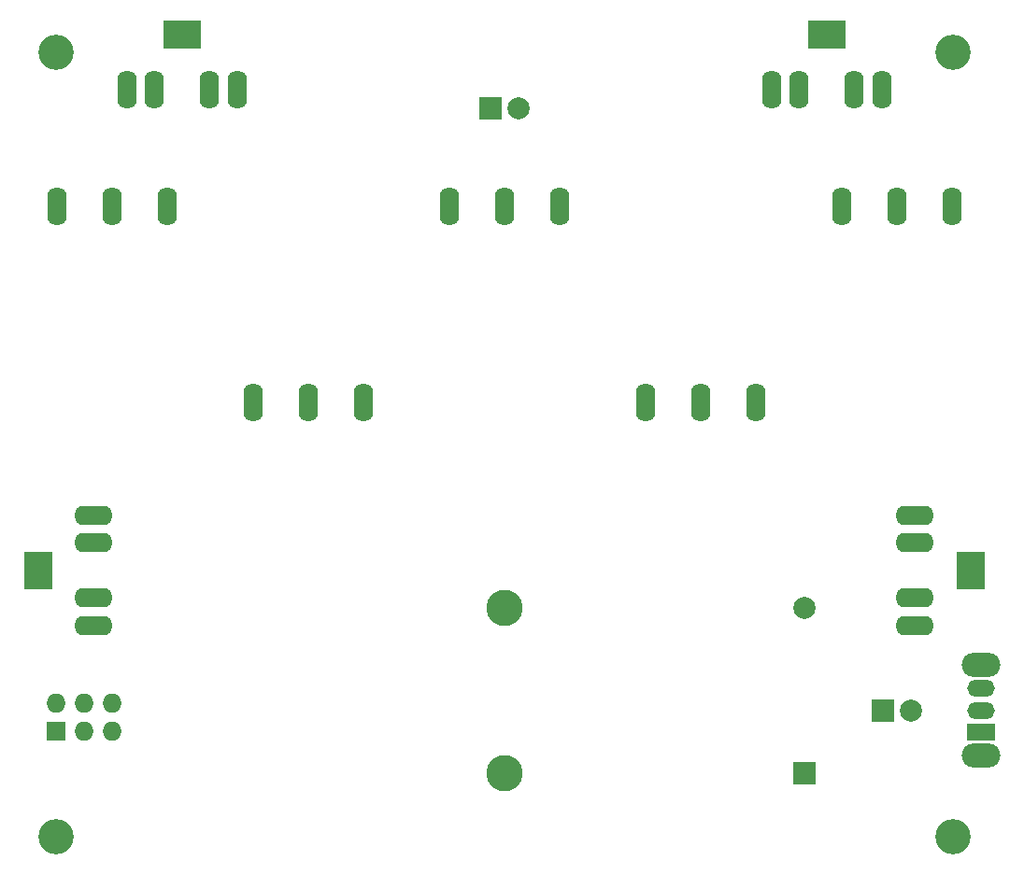
<source format=gbr>
%TF.GenerationSoftware,KiCad,Pcbnew,5.1.10*%
%TF.CreationDate,2021-07-13T00:43:58-04:00*%
%TF.ProjectId,synth,73796e74-682e-46b6-9963-61645f706362,rev?*%
%TF.SameCoordinates,Original*%
%TF.FileFunction,Soldermask,Top*%
%TF.FilePolarity,Negative*%
%FSLAX46Y46*%
G04 Gerber Fmt 4.6, Leading zero omitted, Abs format (unit mm)*
G04 Created by KiCad (PCBNEW 5.1.10) date 2021-07-13 00:43:58*
%MOMM*%
%LPD*%
G01*
G04 APERTURE LIST*
%ADD10C,3.300000*%
%ADD11C,2.000000*%
%ADD12R,2.000000X2.000000*%
%ADD13C,3.200000*%
%ADD14O,1.750000X3.500000*%
%ADD15O,3.500000X2.200000*%
%ADD16O,2.500000X1.500000*%
%ADD17R,2.500000X1.500000*%
%ADD18R,2.500000X3.500000*%
%ADD19O,3.500000X1.750000*%
%ADD20O,1.727200X1.727200*%
%ADD21R,1.727200X1.727200*%
%ADD22R,3.500000X2.500000*%
G04 APERTURE END LIST*
D10*
%TO.C,BT1*%
X93980000Y-131445000D03*
X93980000Y-116455000D03*
D11*
X121145000Y-116455000D03*
D12*
X121145000Y-131445000D03*
%TD*%
D13*
%TO.C,REF\u002A\u002A*%
X134620000Y-137160000D03*
%TD*%
%TO.C,REF\u002A\u002A*%
X53340000Y-137160000D03*
%TD*%
%TO.C,REF\u002A\u002A*%
X134620000Y-66040000D03*
%TD*%
%TO.C,REF\u002A\u002A*%
X53340000Y-66040000D03*
%TD*%
D14*
%TO.C,RV1*%
X88980000Y-80020000D03*
X93980000Y-80020000D03*
X98980000Y-80020000D03*
%TD*%
%TO.C,RV3*%
X53420000Y-80020000D03*
X58420000Y-80020000D03*
X63420000Y-80020000D03*
%TD*%
%TO.C,RV2*%
X81200000Y-97780000D03*
X76200000Y-97780000D03*
X71200000Y-97780000D03*
%TD*%
D15*
%TO.C,SW1*%
X137160000Y-121630000D03*
X137160000Y-129830000D03*
D16*
X137160000Y-123730000D03*
X137160000Y-125730000D03*
D17*
X137160000Y-127730000D03*
%TD*%
D14*
%TO.C,RV5*%
X124540000Y-80020000D03*
X129540000Y-80020000D03*
X134540000Y-80020000D03*
%TD*%
%TO.C,RV4*%
X116760000Y-97780000D03*
X111760000Y-97780000D03*
X106760000Y-97780000D03*
%TD*%
D18*
%TO.C,J5*%
X136216000Y-113030000D03*
D19*
X131210000Y-118030000D03*
X131210000Y-108030000D03*
X131210000Y-115530000D03*
X131210000Y-110530000D03*
%TD*%
D20*
%TO.C,J4*%
X58420000Y-125095000D03*
X58420000Y-127635000D03*
X55880000Y-125095000D03*
X55880000Y-127635000D03*
X53340000Y-125095000D03*
D21*
X53340000Y-127635000D03*
%TD*%
D18*
%TO.C,J3*%
X51744000Y-113030000D03*
D19*
X56750000Y-108030000D03*
X56750000Y-118030000D03*
X56750000Y-110530000D03*
X56750000Y-115530000D03*
%TD*%
D22*
%TO.C,J2*%
X123190000Y-64444000D03*
D14*
X128190000Y-69450000D03*
X118190000Y-69450000D03*
X125690000Y-69450000D03*
X120690000Y-69450000D03*
%TD*%
D22*
%TO.C,J1*%
X64770000Y-64444000D03*
D14*
X69770000Y-69450000D03*
X59770000Y-69450000D03*
X67270000Y-69450000D03*
X62270000Y-69450000D03*
%TD*%
D11*
%TO.C,D6*%
X95250000Y-71120000D03*
D12*
X92710000Y-71120000D03*
%TD*%
D11*
%TO.C,D3*%
X130810000Y-125730000D03*
D12*
X128270000Y-125730000D03*
%TD*%
M02*

</source>
